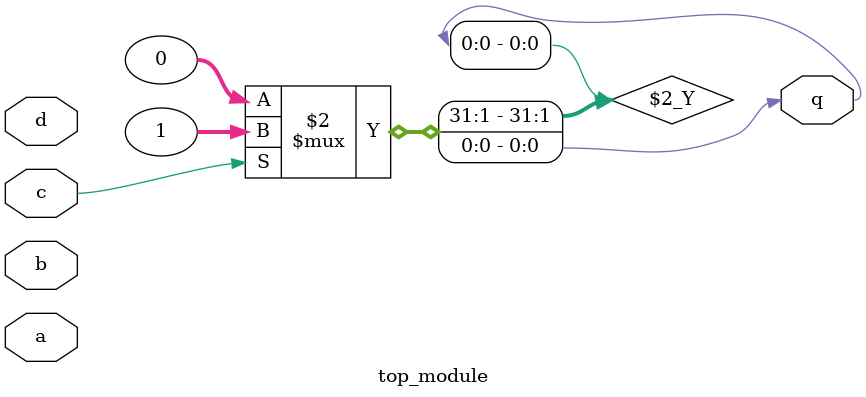
<source format=sv>
module top_module (
    input a, 
    input b, 
    input c, 
    input d,
    output q
);

assign q = (c == 1) ? 1 : 0;

endmodule

</source>
